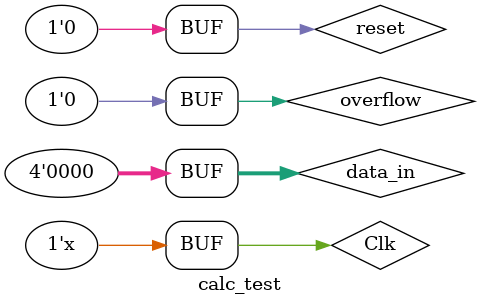
<source format=v>
`timescale 1ns / 1ps


module calc_test;

	// Inputs
	reg Clk;
	reg overflow;
	reg reset;
	reg [3:0] data_in;

	// Outputs
	wire [6:0] SSD;
	wire [3:0] AN;

	// Instantiate the Unit Under Test (UUT)
	calculator uut (
		.Clk(Clk), 
		.overflow(overflow), 
		.SSD(SSD), 
		.AN(AN), 
		.reset(reset), 
		.data_in(data_in), 
		.result(result)
	);

	initial begin
		// Initialize Inputs
		Clk = 0;
		overflow = 0;
		reset = 0;
		data_in = 0;

		// Wait 100 ns for global reset to finish
		#100;
        
		// Add stimulus here

	end
	  always #10 Clk=~Clk;

      
endmodule


</source>
